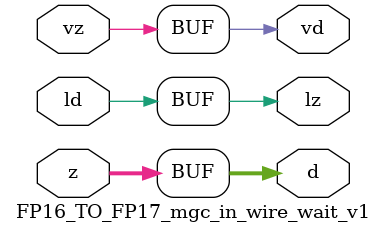
<source format=v>
module FP16_TO_FP17_mgc_in_wire_wait_v1 (ld, vd, d, lz, vz, z);
  parameter integer rscid = 1;
  parameter integer width = 8;
  input ld;
  output vd;
  output [width-1:0] d;
  output lz;
  input vz;
  input [width-1:0] z;
  wire vd;
  wire [width-1:0] d;
  wire lz;
  assign d = z;
  assign lz = ld;
  assign vd = vz;
endmodule
</source>
